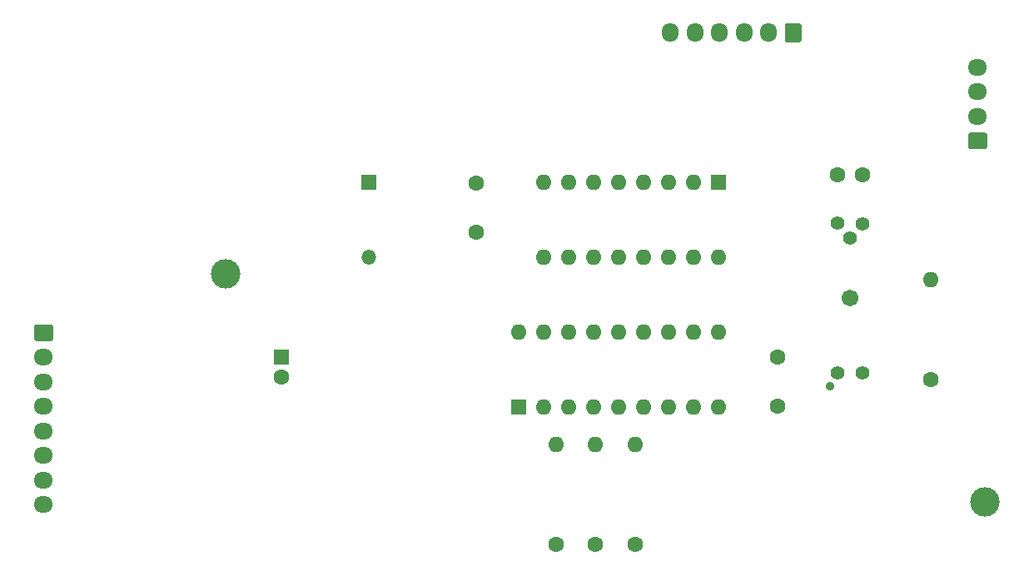
<source format=gbr>
%TF.GenerationSoftware,KiCad,Pcbnew,5.1.10-88a1d61d58~88~ubuntu20.04.1*%
%TF.CreationDate,2021-07-11T16:49:51+02:00*%
%TF.ProjectId,anna_elsa_reel_pcb,616e6e61-5f65-46c7-9361-5f7265656c5f,rev?*%
%TF.SameCoordinates,Original*%
%TF.FileFunction,Soldermask,Bot*%
%TF.FilePolarity,Negative*%
%FSLAX46Y46*%
G04 Gerber Fmt 4.6, Leading zero omitted, Abs format (unit mm)*
G04 Created by KiCad (PCBNEW 5.1.10-88a1d61d58~88~ubuntu20.04.1) date 2021-07-11 16:49:51*
%MOMM*%
%LPD*%
G01*
G04 APERTURE LIST*
%ADD10C,1.600000*%
%ADD11C,0.901700*%
%ADD12C,1.701800*%
%ADD13C,1.409700*%
%ADD14O,1.500000X1.500000*%
%ADD15R,1.500000X1.500000*%
%ADD16R,1.600000X1.600000*%
%ADD17O,1.600000X1.600000*%
%ADD18O,1.950000X1.700000*%
%ADD19O,1.700000X1.950000*%
%ADD20C,3.000000*%
G04 APERTURE END LIST*
D10*
%TO.C,C4*%
X141000000Y-67250000D03*
X141000000Y-62250000D03*
%TD*%
%TO.C,C1*%
X171688000Y-85010000D03*
X171688000Y-80010000D03*
%TD*%
D11*
%TO.C,U3*%
X177001020Y-82948420D03*
D12*
X179000000Y-74000000D03*
D13*
X177730000Y-66380000D03*
X179000000Y-67850660D03*
X180297940Y-66400320D03*
X180270000Y-81620000D03*
X177760480Y-81599680D03*
%TD*%
D14*
%TO.C,D1*%
X130048000Y-69850000D03*
D15*
X130048000Y-62230000D03*
%TD*%
D10*
%TO.C,C3*%
X121158000Y-82010000D03*
D16*
X121158000Y-80010000D03*
%TD*%
D17*
%TO.C,R4*%
X157198000Y-88900000D03*
D10*
X157198000Y-99060000D03*
%TD*%
D17*
%TO.C,R3*%
X153148000Y-88900000D03*
D10*
X153148000Y-99060000D03*
%TD*%
D17*
%TO.C,R2*%
X149098000Y-88900000D03*
D10*
X149098000Y-99060000D03*
%TD*%
D17*
%TO.C,U1*%
X165608000Y-69850000D03*
X147828000Y-62230000D03*
X163068000Y-69850000D03*
X150368000Y-62230000D03*
X160528000Y-69850000D03*
X152908000Y-62230000D03*
X157988000Y-69850000D03*
X155448000Y-62230000D03*
X155448000Y-69850000D03*
X157988000Y-62230000D03*
X152908000Y-69850000D03*
X160528000Y-62230000D03*
X150368000Y-69850000D03*
X163068000Y-62230000D03*
X147828000Y-69850000D03*
D16*
X165608000Y-62230000D03*
%TD*%
D10*
%TO.C,C2*%
X177750000Y-61444000D03*
X180250000Y-61444000D03*
%TD*%
D17*
%TO.C,R1*%
X187198000Y-72136000D03*
D10*
X187198000Y-82296000D03*
%TD*%
D17*
%TO.C,U2*%
X145288000Y-77470000D03*
X165608000Y-85090000D03*
X147828000Y-77470000D03*
X163068000Y-85090000D03*
X150368000Y-77470000D03*
X160528000Y-85090000D03*
X152908000Y-77470000D03*
X157988000Y-85090000D03*
X155448000Y-77470000D03*
X155448000Y-85090000D03*
X157988000Y-77470000D03*
X152908000Y-85090000D03*
X160528000Y-77470000D03*
X150368000Y-85090000D03*
X163068000Y-77470000D03*
X147828000Y-85090000D03*
X165608000Y-77470000D03*
D16*
X145288000Y-85090000D03*
%TD*%
D18*
%TO.C,J3*%
X97000000Y-95000000D03*
X97000000Y-92500000D03*
X97000000Y-90000000D03*
X97000000Y-87500000D03*
X97000000Y-85000000D03*
X97000000Y-82500000D03*
X97000000Y-80000000D03*
G36*
G01*
X96275000Y-76650000D02*
X97725000Y-76650000D01*
G75*
G02*
X97975000Y-76900000I0J-250000D01*
G01*
X97975000Y-78100000D01*
G75*
G02*
X97725000Y-78350000I-250000J0D01*
G01*
X96275000Y-78350000D01*
G75*
G02*
X96025000Y-78100000I0J250000D01*
G01*
X96025000Y-76900000D01*
G75*
G02*
X96275000Y-76650000I250000J0D01*
G01*
G37*
%TD*%
D19*
%TO.C,J2*%
X160728000Y-47000000D03*
X163228000Y-47000000D03*
X165728000Y-47000000D03*
X168228000Y-47000000D03*
X170728000Y-47000000D03*
G36*
G01*
X174078000Y-46275000D02*
X174078000Y-47725000D01*
G75*
G02*
X173828000Y-47975000I-250000J0D01*
G01*
X172628000Y-47975000D01*
G75*
G02*
X172378000Y-47725000I0J250000D01*
G01*
X172378000Y-46275000D01*
G75*
G02*
X172628000Y-46025000I250000J0D01*
G01*
X173828000Y-46025000D01*
G75*
G02*
X174078000Y-46275000I0J-250000D01*
G01*
G37*
%TD*%
D18*
%TO.C,J1*%
X192000000Y-50500000D03*
X192000000Y-53000000D03*
X192000000Y-55500000D03*
G36*
G01*
X192725000Y-58850000D02*
X191275000Y-58850000D01*
G75*
G02*
X191025000Y-58600000I0J250000D01*
G01*
X191025000Y-57400000D01*
G75*
G02*
X191275000Y-57150000I250000J0D01*
G01*
X192725000Y-57150000D01*
G75*
G02*
X192975000Y-57400000I0J-250000D01*
G01*
X192975000Y-58600000D01*
G75*
G02*
X192725000Y-58850000I-250000J0D01*
G01*
G37*
%TD*%
D20*
%TO.C,H2*%
X192750000Y-94750000D03*
%TD*%
%TO.C,H1*%
X115500000Y-71500000D03*
%TD*%
M02*

</source>
